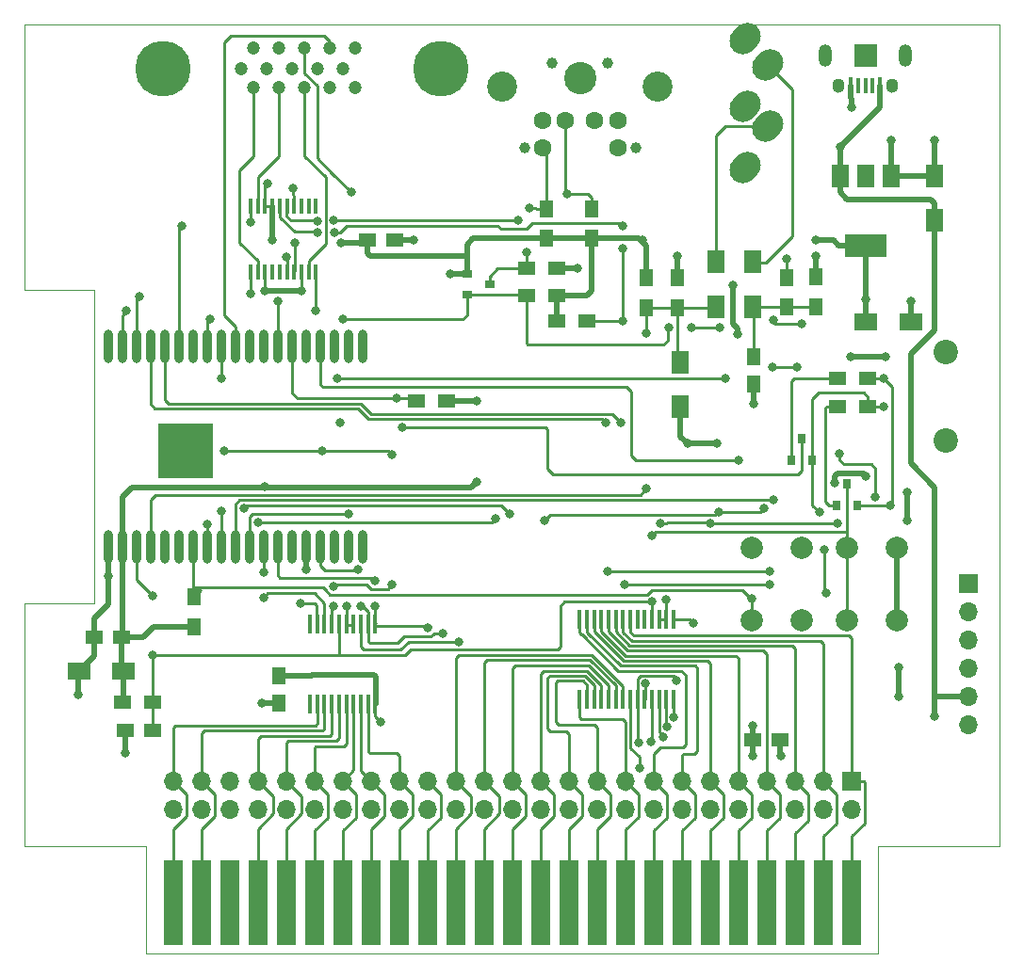
<source format=gbr>
G04 #@! TF.GenerationSoftware,KiCad,Pcbnew,(6.0.5)*
G04 #@! TF.CreationDate,2022-06-13T20:59:19-07:00*
G04 #@! TF.ProjectId,PocketTRS,506f636b-6574-4545-9253-2e6b69636164,rev?*
G04 #@! TF.SameCoordinates,Original*
G04 #@! TF.FileFunction,Copper,L1,Top*
G04 #@! TF.FilePolarity,Positive*
%FSLAX46Y46*%
G04 Gerber Fmt 4.6, Leading zero omitted, Abs format (unit mm)*
G04 Created by KiCad (PCBNEW (6.0.5)) date 2022-06-13 20:59:19*
%MOMM*%
%LPD*%
G01*
G04 APERTURE LIST*
G04 Aperture macros list*
%AMHorizOval*
0 Thick line with rounded ends*
0 $1 width*
0 $2 $3 position (X,Y) of the first rounded end (center of the circle)*
0 $4 $5 position (X,Y) of the second rounded end (center of the circle)*
0 Add line between two ends*
20,1,$1,$2,$3,$4,$5,0*
0 Add two circle primitives to create the rounded ends*
1,1,$1,$2,$3*
1,1,$1,$4,$5*%
G04 Aperture macros list end*
G04 #@! TA.AperFunction,Profile*
%ADD10C,0.050000*%
G04 #@! TD*
G04 #@! TA.AperFunction,ComponentPad*
%ADD11R,1.700000X1.700000*%
G04 #@! TD*
G04 #@! TA.AperFunction,ComponentPad*
%ADD12O,1.700000X1.700000*%
G04 #@! TD*
G04 #@! TA.AperFunction,SMDPad,CuDef*
%ADD13R,1.500000X2.000000*%
G04 #@! TD*
G04 #@! TA.AperFunction,SMDPad,CuDef*
%ADD14R,3.800000X2.000000*%
G04 #@! TD*
G04 #@! TA.AperFunction,SMDPad,CuDef*
%ADD15R,1.250000X1.500000*%
G04 #@! TD*
G04 #@! TA.AperFunction,SMDPad,CuDef*
%ADD16R,1.600000X2.000000*%
G04 #@! TD*
G04 #@! TA.AperFunction,SMDPad,CuDef*
%ADD17R,2.000000X1.600000*%
G04 #@! TD*
G04 #@! TA.AperFunction,SMDPad,CuDef*
%ADD18R,1.500000X1.250000*%
G04 #@! TD*
G04 #@! TA.AperFunction,SMDPad,CuDef*
%ADD19R,1.300000X1.500000*%
G04 #@! TD*
G04 #@! TA.AperFunction,SMDPad,CuDef*
%ADD20R,1.500000X1.300000*%
G04 #@! TD*
G04 #@! TA.AperFunction,SMDPad,CuDef*
%ADD21R,0.450000X1.750000*%
G04 #@! TD*
G04 #@! TA.AperFunction,SMDPad,CuDef*
%ADD22R,0.450000X1.450000*%
G04 #@! TD*
G04 #@! TA.AperFunction,SMDPad,CuDef*
%ADD23R,0.900000X0.800000*%
G04 #@! TD*
G04 #@! TA.AperFunction,SMDPad,CuDef*
%ADD24R,0.800000X0.900000*%
G04 #@! TD*
G04 #@! TA.AperFunction,ComponentPad*
%ADD25C,2.000000*%
G04 #@! TD*
G04 #@! TA.AperFunction,ComponentPad*
%ADD26C,5.001260*%
G04 #@! TD*
G04 #@! TA.AperFunction,ComponentPad*
%ADD27C,1.198880*%
G04 #@! TD*
G04 #@! TA.AperFunction,ComponentPad*
%ADD28HorizOval,2.400000X0.212132X0.212132X-0.212132X-0.212132X0*%
G04 #@! TD*
G04 #@! TA.AperFunction,ComponentPad*
%ADD29C,1.600000*%
G04 #@! TD*
G04 #@! TA.AperFunction,ComponentPad*
%ADD30C,1.000000*%
G04 #@! TD*
G04 #@! TA.AperFunction,ComponentPad*
%ADD31C,2.900000*%
G04 #@! TD*
G04 #@! TA.AperFunction,ComponentPad*
%ADD32C,2.700000*%
G04 #@! TD*
G04 #@! TA.AperFunction,ComponentPad*
%ADD33O,1.100000X1.300000*%
G04 #@! TD*
G04 #@! TA.AperFunction,ComponentPad*
%ADD34O,1.200000X2.000000*%
G04 #@! TD*
G04 #@! TA.AperFunction,SMDPad,CuDef*
%ADD35R,2.000000X2.000000*%
G04 #@! TD*
G04 #@! TA.AperFunction,SMDPad,CuDef*
%ADD36R,0.400000X2.500000*%
G04 #@! TD*
G04 #@! TA.AperFunction,SMDPad,CuDef*
%ADD37R,0.400000X1.350000*%
G04 #@! TD*
G04 #@! TA.AperFunction,SMDPad,CuDef*
%ADD38O,0.900000X3.000000*%
G04 #@! TD*
G04 #@! TA.AperFunction,ComponentPad*
%ADD39C,0.800000*%
G04 #@! TD*
G04 #@! TA.AperFunction,SMDPad,CuDef*
%ADD40R,5.000000X5.000000*%
G04 #@! TD*
G04 #@! TA.AperFunction,ConnectorPad*
%ADD41R,1.778000X7.620000*%
G04 #@! TD*
G04 #@! TA.AperFunction,WasherPad*
%ADD42C,2.200000*%
G04 #@! TD*
G04 #@! TA.AperFunction,ViaPad*
%ADD43C,0.800000*%
G04 #@! TD*
G04 #@! TA.AperFunction,Conductor*
%ADD44C,0.250000*%
G04 #@! TD*
G04 #@! TA.AperFunction,Conductor*
%ADD45C,0.500000*%
G04 #@! TD*
G04 APERTURE END LIST*
D10*
X165100000Y-61976000D02*
X165100000Y-64770000D01*
X252730000Y-64770000D02*
X252730000Y-61976000D01*
X171323000Y-85852000D02*
X171323000Y-90805000D01*
X165100000Y-64770000D02*
X165100000Y-85852000D01*
X165100000Y-135890000D02*
X165100000Y-114046000D01*
X241808000Y-135890000D02*
X252730000Y-135890000D01*
X241808000Y-145542000D02*
X241300000Y-145542000D01*
X175260000Y-135890000D02*
X176022000Y-135890000D01*
X241808000Y-145542000D02*
X241808000Y-135890000D01*
X171323000Y-85852000D02*
X165100000Y-85852000D01*
X165100000Y-114046000D02*
X171323000Y-114046000D01*
X171323000Y-114046000D02*
X171323000Y-90805000D01*
X176022000Y-145542000D02*
X241300000Y-145542000D01*
X252730000Y-64770000D02*
X252730000Y-135890000D01*
X165100000Y-61976000D02*
X252730000Y-61976000D01*
X165100000Y-135890000D02*
X175260000Y-135890000D01*
X176022000Y-135890000D02*
X176022000Y-145542000D01*
D11*
X249936000Y-112268000D03*
D12*
X249936000Y-114808000D03*
X249936000Y-117348000D03*
X249936000Y-119888000D03*
X249936000Y-122428000D03*
X249936000Y-124968000D03*
D13*
X242965000Y-75590000D03*
X240665000Y-75590000D03*
D14*
X240665000Y-81890000D03*
D13*
X238365000Y-75590000D03*
D15*
X230632000Y-91841000D03*
X230632000Y-94341000D03*
D16*
X246888000Y-79597000D03*
X246888000Y-75597000D03*
D17*
X240729000Y-88773000D03*
X244729000Y-88773000D03*
D15*
X187960000Y-120543000D03*
X187960000Y-123043000D03*
D18*
X230525000Y-126365000D03*
X233025000Y-126365000D03*
X195874000Y-81407000D03*
X198374000Y-81407000D03*
X173843000Y-117094000D03*
X171343000Y-117094000D03*
X176637000Y-125476000D03*
X174137000Y-125476000D03*
D19*
X211963000Y-78533000D03*
X211963000Y-81233000D03*
X216027000Y-78533000D03*
X216027000Y-81233000D03*
X220980000Y-84756000D03*
X220980000Y-87456000D03*
X223774000Y-87456000D03*
X223774000Y-84756000D03*
X233553000Y-87409000D03*
X233553000Y-84756000D03*
D20*
X212932000Y-86360000D03*
X210232000Y-86360000D03*
X212932000Y-83947000D03*
X210232000Y-83947000D03*
X203026000Y-95885000D03*
X200326000Y-95885000D03*
X173910000Y-122936000D03*
X176610000Y-122936000D03*
X238172000Y-93853000D03*
X240872000Y-93853000D03*
X238172000Y-96393000D03*
X240872000Y-96393000D03*
D19*
X180340000Y-116158000D03*
X180340000Y-113458000D03*
D21*
X214977000Y-122726000D03*
X215627000Y-122726000D03*
X216277000Y-122726000D03*
X216927000Y-122726000D03*
X217577000Y-122726000D03*
X218227000Y-122726000D03*
X218877000Y-122726000D03*
X219527000Y-122726000D03*
X220177000Y-122726000D03*
X220827000Y-122726000D03*
X221477000Y-122726000D03*
X222127000Y-122726000D03*
X222777000Y-122726000D03*
X223427000Y-122726000D03*
X223427000Y-115526000D03*
X222777000Y-115526000D03*
X222127000Y-115526000D03*
X221477000Y-115526000D03*
X220827000Y-115526000D03*
X220177000Y-115526000D03*
X219527000Y-115526000D03*
X218877000Y-115526000D03*
X218227000Y-115526000D03*
X217577000Y-115526000D03*
X216927000Y-115526000D03*
X216277000Y-115526000D03*
X215627000Y-115526000D03*
X214977000Y-115526000D03*
D22*
X191266000Y-78330000D03*
X190616000Y-78330000D03*
X189966000Y-78330000D03*
X189316000Y-78330000D03*
X188666000Y-78330000D03*
X188016000Y-78330000D03*
X187366000Y-78330000D03*
X186716000Y-78330000D03*
X186066000Y-78330000D03*
X185416000Y-78330000D03*
X185416000Y-84230000D03*
X186066000Y-84230000D03*
X186716000Y-84230000D03*
X187366000Y-84230000D03*
X188016000Y-84230000D03*
X188666000Y-84230000D03*
X189316000Y-84230000D03*
X189966000Y-84230000D03*
X190616000Y-84230000D03*
X191266000Y-84230000D03*
D23*
X204867000Y-84394000D03*
X204867000Y-86294000D03*
X206867000Y-85344000D03*
D24*
X234000000Y-101203000D03*
X235900000Y-101203000D03*
X234950000Y-99203000D03*
X238064000Y-105267000D03*
X239964000Y-105267000D03*
X239014000Y-103267000D03*
D19*
X236220000Y-87409000D03*
X236220000Y-84709000D03*
D21*
X196600000Y-115907000D03*
X195950000Y-115907000D03*
X195300000Y-115907000D03*
X194650000Y-115907000D03*
X194000000Y-115907000D03*
X193350000Y-115907000D03*
X192700000Y-115907000D03*
X192050000Y-115907000D03*
X191400000Y-115907000D03*
X190750000Y-115907000D03*
X190750000Y-123107000D03*
X191400000Y-123107000D03*
X192050000Y-123107000D03*
X192700000Y-123107000D03*
X193350000Y-123107000D03*
X194000000Y-123107000D03*
X194650000Y-123107000D03*
X195300000Y-123107000D03*
X195950000Y-123107000D03*
X196600000Y-123107000D03*
D17*
X173958000Y-120142000D03*
X169958000Y-120142000D03*
D25*
X239014000Y-115570000D03*
X239014000Y-109070000D03*
X243514000Y-109070000D03*
X243514000Y-115570000D03*
X234950000Y-115593000D03*
X234950000Y-109093000D03*
X230450000Y-109093000D03*
X230450000Y-115593000D03*
D16*
X227203000Y-83344000D03*
X227203000Y-87344000D03*
X230505000Y-83344000D03*
X230505000Y-87344000D03*
X224028000Y-92361000D03*
X224028000Y-96361000D03*
D26*
X177497740Y-65971420D03*
X202486260Y-65971420D03*
D27*
X185681620Y-67690400D03*
X187972700Y-67690400D03*
X190258700Y-67690400D03*
X192552320Y-67690400D03*
X194840860Y-67690400D03*
X184536080Y-65925700D03*
X186829700Y-65925700D03*
X189128400Y-65925700D03*
X191427100Y-65925700D03*
X193700400Y-65925700D03*
X185681620Y-64134400D03*
X187972700Y-64134400D03*
X190261240Y-64134400D03*
X192552320Y-64134400D03*
X194843400Y-64134400D03*
D28*
X231870000Y-71146000D03*
X229870000Y-69346000D03*
X229870000Y-63246000D03*
X231870000Y-65646000D03*
X229870000Y-74846000D03*
D29*
X213711000Y-70576000D03*
X216311000Y-70576000D03*
X211611000Y-70576000D03*
X218411000Y-70576000D03*
X211611000Y-73076000D03*
X218411000Y-73076000D03*
D30*
X212511000Y-65476000D03*
X217511000Y-65476000D03*
X210011000Y-73076000D03*
X220011000Y-73076000D03*
D31*
X215011000Y-66776000D03*
D32*
X208011000Y-67576000D03*
X222011000Y-67576000D03*
D33*
X238240000Y-67520000D03*
X243090000Y-67520000D03*
D34*
X237090000Y-64770000D03*
D35*
X240665000Y-64770000D03*
D34*
X244240000Y-64770000D03*
D36*
X241965000Y-68021200D03*
D37*
X241315000Y-67445000D03*
X240665000Y-67445000D03*
X240015000Y-67445000D03*
D36*
X239365000Y-68021200D03*
D11*
X239395000Y-130048000D03*
D12*
X239395000Y-132588000D03*
X236855000Y-130048000D03*
X236855000Y-132588000D03*
X234315000Y-130048000D03*
X234315000Y-132588000D03*
X231775000Y-130048000D03*
X231775000Y-132588000D03*
X229235000Y-130048000D03*
X229235000Y-132588000D03*
X226695000Y-130048000D03*
X226695000Y-132588000D03*
X224155000Y-130048000D03*
X224155000Y-132588000D03*
X221615000Y-130048000D03*
X221615000Y-132588000D03*
X219075000Y-130048000D03*
X219075000Y-132588000D03*
X216535000Y-130048000D03*
X216535000Y-132588000D03*
X213995000Y-130048000D03*
X213995000Y-132588000D03*
X211455000Y-130048000D03*
X211455000Y-132588000D03*
X208915000Y-130048000D03*
X208915000Y-132588000D03*
X206375000Y-130048000D03*
X206375000Y-132588000D03*
X203835000Y-130048000D03*
X203835000Y-132588000D03*
X201295000Y-130048000D03*
X201295000Y-132588000D03*
X198755000Y-130048000D03*
X198755000Y-132588000D03*
X196215000Y-130048000D03*
X196215000Y-132588000D03*
X193675000Y-130048000D03*
X193675000Y-132588000D03*
X191135000Y-130048000D03*
X191135000Y-132588000D03*
X188595000Y-130048000D03*
X188595000Y-132588000D03*
X186055000Y-130048000D03*
X186055000Y-132588000D03*
X183515000Y-130048000D03*
X183515000Y-132588000D03*
X180975000Y-130048000D03*
X180975000Y-132588000D03*
X178435000Y-130048000D03*
X178435000Y-132588000D03*
D38*
X172614000Y-108949000D03*
X173884000Y-108949000D03*
X175154000Y-108949000D03*
X176424000Y-108949000D03*
X177694000Y-108949000D03*
X178964000Y-108949000D03*
X180234000Y-108949000D03*
X181504000Y-108949000D03*
X182774000Y-108949000D03*
X184044000Y-108949000D03*
X185314000Y-108949000D03*
X186584000Y-108949000D03*
X187854000Y-108949000D03*
X189124000Y-108949000D03*
X190424000Y-108949000D03*
X191694000Y-108949000D03*
X192964000Y-108949000D03*
X194234000Y-108949000D03*
X195504000Y-108949000D03*
X195504000Y-90949000D03*
X194234000Y-90949000D03*
X192964000Y-90949000D03*
X191694000Y-90949000D03*
X190424000Y-90949000D03*
X189124000Y-90919000D03*
X187854000Y-90919000D03*
X186584000Y-90919000D03*
X185314000Y-90919000D03*
X184044000Y-90919000D03*
X182774000Y-90919000D03*
X181504000Y-90919000D03*
X180234000Y-90919000D03*
X178964000Y-90919000D03*
X177694000Y-90919000D03*
X176424000Y-90919000D03*
X175154000Y-90919000D03*
X173884000Y-90919000D03*
X172614000Y-90919000D03*
D39*
X177524000Y-100349000D03*
X177524000Y-102349000D03*
X177524000Y-101349000D03*
X179524000Y-102349000D03*
X178524000Y-101349000D03*
X180524000Y-100349000D03*
X181524000Y-102349000D03*
X179524000Y-99349000D03*
X177524000Y-98349000D03*
X180524000Y-98349000D03*
X179524000Y-98349000D03*
X180524000Y-101349000D03*
X178524000Y-102349000D03*
X178524000Y-98349000D03*
X181524000Y-99349000D03*
X181524000Y-101349000D03*
X178524000Y-99349000D03*
X181524000Y-100349000D03*
X178524000Y-100349000D03*
X180524000Y-99349000D03*
X177524000Y-99349000D03*
X179524000Y-101349000D03*
X179524000Y-100349000D03*
D40*
X179534000Y-100349000D03*
D39*
X180524000Y-102349000D03*
X181524000Y-98349000D03*
D41*
X239395000Y-140970000D03*
X236855000Y-140970000D03*
X234315000Y-140970000D03*
X231775000Y-140970000D03*
X229235000Y-140970000D03*
X226695000Y-140970000D03*
X224155000Y-140970000D03*
X221615000Y-140970000D03*
X219075000Y-140970000D03*
X216535000Y-140970000D03*
X213995000Y-140970000D03*
X211455000Y-140970000D03*
X208915000Y-140970000D03*
X206375000Y-140970000D03*
X203835000Y-140970000D03*
X201295000Y-140970000D03*
X198755000Y-140970000D03*
X196215000Y-140970000D03*
X193675000Y-140970000D03*
X191135000Y-140970000D03*
X188595000Y-140970000D03*
X186055000Y-140970000D03*
X183515000Y-140970000D03*
X180975000Y-140970000D03*
X178435000Y-140970000D03*
D20*
X212962500Y-88646000D03*
X215662500Y-88646000D03*
D42*
X247904000Y-99441000D03*
X247904000Y-91440000D03*
D43*
X220980000Y-89789000D03*
X220980000Y-103759000D03*
X242965000Y-72404000D03*
X243649500Y-119824500D03*
X169926000Y-122301000D03*
X246888000Y-72390000D03*
X200088500Y-81407000D03*
X172614000Y-111612000D03*
X229171500Y-89852500D03*
X186715400Y-85902800D03*
X224663000Y-99695000D03*
X233045000Y-127762000D03*
X223774000Y-82804000D03*
X244411500Y-106616500D03*
X186436000Y-123063000D03*
X189966000Y-85902200D03*
X220853000Y-121221500D03*
X190373000Y-111000000D03*
X174117000Y-127508000D03*
X186944000Y-76327000D03*
X228790500Y-85407500D03*
X222777000Y-113696700D03*
X244411500Y-104076500D03*
X239395000Y-69469000D03*
X230632000Y-96139000D03*
X236220000Y-82804000D03*
X187340999Y-81391001D03*
X237934500Y-103187500D03*
X227330000Y-99695000D03*
X194000000Y-114330600D03*
X189865000Y-114046000D03*
X242443000Y-91884500D03*
X244729000Y-86868000D03*
X239331500Y-91884500D03*
X240728500Y-102616000D03*
X243649500Y-122428000D03*
X197104000Y-124736000D03*
X230505000Y-127762000D03*
X220252000Y-126588074D03*
X246888000Y-124206000D03*
X238379000Y-73025000D03*
X225171000Y-115824000D03*
X223710500Y-120967500D03*
X214757000Y-83947000D03*
X230505000Y-125095000D03*
X236220000Y-81407000D03*
X205740000Y-103124000D03*
X240729000Y-86678000D03*
X205740000Y-95885000D03*
X203327000Y-84455000D03*
X220599000Y-81407000D03*
X189357000Y-81661000D03*
X186690000Y-103577951D03*
X193548000Y-81661000D03*
X220345000Y-128905000D03*
X181483000Y-106934000D03*
X186055000Y-106770000D03*
X213868000Y-77216000D03*
X207391000Y-106426000D03*
X182753000Y-105791000D03*
X184785000Y-105477961D03*
X208661000Y-106045000D03*
X210439000Y-78486000D03*
X194183000Y-106045000D03*
X194437000Y-77089000D03*
X232092500Y-112331500D03*
X219011500Y-112331500D03*
X218694000Y-97790000D03*
X217487500Y-111188500D03*
X232092500Y-111188500D03*
X217297000Y-97790000D03*
X176593500Y-113347500D03*
X176610000Y-118745000D03*
X221488000Y-113919000D03*
X221488000Y-107950000D03*
X198501000Y-95631000D03*
X199009000Y-98203010D03*
X230450000Y-113656500D03*
X234950000Y-88900000D03*
X188632000Y-82931000D03*
X222960922Y-89265816D03*
X225028816Y-89265816D03*
X232358681Y-88555753D03*
X227584000Y-89281000D03*
X181737000Y-88519000D03*
X193712000Y-88519000D03*
X210232000Y-82439500D03*
X223427000Y-124299000D03*
X204089000Y-117500980D03*
X185420000Y-86233000D03*
X175387000Y-86487000D03*
X185420000Y-79756000D03*
X179197000Y-80137000D03*
X174244000Y-87757000D03*
X191262000Y-87757000D03*
X232432039Y-104752961D03*
X233553000Y-83058000D03*
X222864178Y-125125580D03*
X192902995Y-80655005D03*
X226752990Y-106864990D03*
X202692000Y-116750000D03*
X191389000Y-80655005D03*
X195326000Y-114300000D03*
X218821000Y-88646000D03*
X195072000Y-111000001D03*
X218821000Y-80137000D03*
X218821000Y-82169000D03*
X238125000Y-106864991D03*
X222250000Y-106827991D03*
X234505500Y-92837000D03*
X211788500Y-106632500D03*
X191389000Y-79655002D03*
X209423000Y-79629000D03*
X232346500Y-92837000D03*
X201361368Y-116265033D03*
X192876000Y-79629000D03*
X227477990Y-105811990D03*
X196596000Y-114300000D03*
X196596000Y-112014000D03*
X222477272Y-126047701D03*
X231584500Y-105477961D03*
X186563000Y-111252000D03*
X186563000Y-113538000D03*
X236982000Y-109220000D03*
X237172500Y-113093500D03*
X236537500Y-105854500D03*
X242316000Y-96393000D03*
X242316000Y-93853000D03*
X242855750Y-105251250D03*
X187833000Y-86868000D03*
X189230000Y-76708000D03*
X241554000Y-104457500D03*
X238315500Y-100584000D03*
X229298500Y-101219000D03*
X192843062Y-112513112D03*
X193230500Y-93853000D03*
X198120000Y-100711000D03*
X183007000Y-100330000D03*
X198120000Y-112395000D03*
X228092000Y-93853000D03*
X191833500Y-100330000D03*
X193484500Y-97790000D03*
X221364840Y-126526260D03*
X182753000Y-93853000D03*
X192843062Y-114300000D03*
D44*
X213711000Y-77059000D02*
X213711000Y-70576000D01*
X213868000Y-77216000D02*
X213711000Y-77059000D01*
X211963000Y-73428000D02*
X211611000Y-73076000D01*
X211963000Y-78533000D02*
X211963000Y-73428000D01*
X220980000Y-87456000D02*
X223774000Y-87456000D01*
X220980000Y-89789000D02*
X220980000Y-87456000D01*
X220980000Y-103759000D02*
X220436049Y-104302951D01*
X176875049Y-104302951D02*
X176424000Y-104754000D01*
X223774000Y-87456000D02*
X226551000Y-87456000D01*
X223774000Y-87456000D02*
X223774000Y-91726000D01*
X226551000Y-87456000D02*
X226568000Y-87439000D01*
X223774000Y-91726000D02*
X224028000Y-91980000D01*
X176424000Y-104754000D02*
X176424000Y-108949000D01*
X220436049Y-104302951D02*
X176875049Y-104302951D01*
X230632000Y-87439000D02*
X230632000Y-88689000D01*
X230662000Y-87409000D02*
X230632000Y-87439000D01*
X236220000Y-87409000D02*
X235320000Y-87409000D01*
X233553000Y-87409000D02*
X230662000Y-87409000D01*
X235320000Y-87409000D02*
X233553000Y-87409000D01*
X230632000Y-88689000D02*
X230632000Y-91841000D01*
D45*
X187340999Y-81391001D02*
X187340999Y-78330000D01*
D44*
X191333000Y-116288000D02*
X191333000Y-114584600D01*
D45*
X233025000Y-126365000D02*
X233025000Y-127490000D01*
X237934500Y-102621815D02*
X238189316Y-102366999D01*
X243514000Y-109070000D02*
X243514000Y-115570000D01*
X233045000Y-127510000D02*
X233045000Y-127762000D01*
D44*
X186716000Y-78330000D02*
X187366000Y-78330000D01*
X190881000Y-114046000D02*
X189865000Y-114046000D01*
D45*
X239365000Y-67445000D02*
X239365000Y-68620000D01*
X198374000Y-81407000D02*
X200088500Y-81407000D01*
D44*
X220853000Y-121158000D02*
X220853000Y-122700000D01*
X186715400Y-76669900D02*
X186715400Y-76555600D01*
D45*
X242965000Y-74090000D02*
X242965000Y-72404000D01*
D44*
X194000000Y-116034000D02*
X194000000Y-114330600D01*
D45*
X225298000Y-99695000D02*
X224732315Y-99695000D01*
D44*
X191135000Y-114046000D02*
X191333000Y-114244000D01*
D45*
X240479499Y-102366999D02*
X240728500Y-102616000D01*
X224028000Y-95980000D02*
X224028000Y-99060000D01*
X172614000Y-108949000D02*
X172614000Y-111612000D01*
D44*
X186716000Y-78330000D02*
X186716000Y-77355000D01*
X222777000Y-115526000D02*
X222777000Y-113696700D01*
D45*
X230632000Y-94341000D02*
X230632000Y-96139000D01*
X242965000Y-75590000D02*
X246881000Y-75590000D01*
D44*
X186716000Y-84230000D02*
X186716000Y-85205000D01*
D45*
X171343000Y-117094000D02*
X171343000Y-118757000D01*
X186815000Y-123063000D02*
X186436000Y-123063000D01*
X233025000Y-127490000D02*
X233045000Y-127510000D01*
D44*
X222127000Y-115526000D02*
X222777000Y-115526000D01*
D45*
X244729000Y-88773000D02*
X244729000Y-87473000D01*
D44*
X186716000Y-85205000D02*
X186715400Y-85205600D01*
X186715400Y-77354400D02*
X186715400Y-76669900D01*
X194000000Y-116034000D02*
X194650000Y-116034000D01*
X186716000Y-77355000D02*
X186715400Y-77354400D01*
D45*
X239365000Y-68620000D02*
X239395000Y-68650000D01*
X190424000Y-108949000D02*
X190424000Y-110949000D01*
X242965000Y-75590000D02*
X242965000Y-74090000D01*
X229171500Y-89286815D02*
X228790500Y-88905815D01*
X172614000Y-114152000D02*
X171343000Y-115423000D01*
X187960000Y-123043000D02*
X186835000Y-123043000D01*
X238189316Y-102366999D02*
X240479499Y-102366999D01*
X223774000Y-84756000D02*
X223774000Y-83506000D01*
X244411500Y-106050815D02*
X244411500Y-104076500D01*
D44*
X191333000Y-114244000D02*
X191333000Y-114584600D01*
D45*
X239331500Y-91884500D02*
X242443000Y-91884500D01*
X246888000Y-74097000D02*
X246888000Y-73406000D01*
X187340999Y-81428814D02*
X187340999Y-81391001D01*
X244729000Y-87473000D02*
X244729000Y-86868000D01*
D44*
X189966000Y-84230000D02*
X189966000Y-85902200D01*
D45*
X236220000Y-84709000D02*
X236220000Y-82804000D01*
X186715400Y-85902800D02*
X189965400Y-85902800D01*
X242965000Y-74090000D02*
X242951000Y-74076000D01*
X186835000Y-123043000D02*
X186815000Y-123063000D01*
D44*
X220853000Y-122700000D02*
X220827000Y-122726000D01*
D45*
X169926000Y-120174000D02*
X169958000Y-120142000D01*
D44*
X186715400Y-76555600D02*
X186944000Y-76327000D01*
D45*
X229171500Y-89852500D02*
X229171500Y-89286815D01*
X190424000Y-110949000D02*
X190373000Y-111000000D01*
X189965400Y-85902800D02*
X189966000Y-85902200D01*
X169926000Y-122301000D02*
X169926000Y-120174000D01*
X246881000Y-75590000D02*
X246888000Y-75597000D01*
X225171000Y-99695000D02*
X227272315Y-99695000D01*
X171343000Y-118757000D02*
X169958000Y-120142000D01*
X172614000Y-111612000D02*
X172614000Y-114152000D01*
X239395000Y-68650000D02*
X239395000Y-69469000D01*
X243649500Y-119824500D02*
X243649500Y-122428000D01*
X174117000Y-127508000D02*
X174117000Y-125496000D01*
X237934500Y-103187500D02*
X237934500Y-102621815D01*
D44*
X190881000Y-114046000D02*
X191135000Y-114046000D01*
D45*
X246888000Y-73406000D02*
X246888000Y-72390000D01*
X228790500Y-88905815D02*
X228790500Y-85407500D01*
X174117000Y-125496000D02*
X174137000Y-125476000D01*
X224028000Y-99060000D02*
X224663000Y-99695000D01*
X246888000Y-75597000D02*
X246888000Y-74097000D01*
X244411500Y-106616500D02*
X244411500Y-106050815D01*
X223774000Y-83506000D02*
X223774000Y-82804000D01*
X171343000Y-115423000D02*
X171343000Y-117094000D01*
D44*
X186715400Y-85205600D02*
X186715400Y-85902800D01*
D45*
X246888000Y-124206000D02*
X246888000Y-122428000D01*
X241965000Y-69439000D02*
X238379000Y-73025000D01*
D44*
X223427000Y-115526000D02*
X224873000Y-115526000D01*
X196600000Y-124232000D02*
X197104000Y-124736000D01*
D45*
X238365000Y-75590000D02*
X238365000Y-77090000D01*
X230505000Y-125095000D02*
X230505000Y-126345000D01*
D44*
X220185426Y-126588074D02*
X220252000Y-126588074D01*
D45*
X196625001Y-120679001D02*
X196625001Y-121871999D01*
X244729000Y-91630500D02*
X246888000Y-89471500D01*
X230505000Y-126385000D02*
X230525000Y-126365000D01*
X190867000Y-120543000D02*
X190887000Y-120523000D01*
D44*
X224873000Y-115526000D02*
X225171000Y-115824000D01*
D45*
X196625001Y-121871999D02*
X196625001Y-123107000D01*
D44*
X220177000Y-126596500D02*
X220185426Y-126588074D01*
D45*
X246888000Y-84709000D02*
X246888000Y-89471500D01*
D44*
X223710500Y-120840500D02*
X223437079Y-120567079D01*
X223437079Y-120567079D02*
X220427921Y-120567079D01*
D45*
X196469000Y-120523000D02*
X196625001Y-120679001D01*
X249936000Y-122428000D02*
X248733919Y-122428000D01*
X246515000Y-77724000D02*
X246888000Y-78097000D01*
X190887000Y-120523000D02*
X196469000Y-120523000D01*
X187960000Y-120543000D02*
X190867000Y-120543000D01*
D44*
X220427921Y-120567079D02*
X220177000Y-120818000D01*
X223710500Y-120967500D02*
X223710500Y-120840500D01*
X238461200Y-73025000D02*
X238379000Y-73025000D01*
D45*
X246888000Y-103632000D02*
X244729000Y-101473000D01*
X241965000Y-67445000D02*
X241965000Y-69439000D01*
X238999000Y-77724000D02*
X246515000Y-77724000D01*
X238365000Y-77090000D02*
X238999000Y-77724000D01*
X238379000Y-75576000D02*
X238365000Y-75590000D01*
X230505000Y-127762000D02*
X230505000Y-126385000D01*
X246888000Y-78097000D02*
X246888000Y-79597000D01*
X246888000Y-122428000D02*
X246888000Y-103632000D01*
D44*
X220177000Y-120818000D02*
X220177000Y-122726000D01*
D45*
X244729000Y-101473000D02*
X244729000Y-91630500D01*
D44*
X196600000Y-123107000D02*
X196600000Y-124232000D01*
D45*
X248733919Y-122428000D02*
X246888000Y-122428000D01*
X238379000Y-73025000D02*
X238379000Y-75576000D01*
D44*
X220177000Y-122726000D02*
X220177000Y-126596500D01*
D45*
X246888000Y-81915000D02*
X246888000Y-79597000D01*
X230505000Y-126345000D02*
X230525000Y-126365000D01*
X212932000Y-83947000D02*
X214757000Y-83947000D01*
X246888000Y-81915000D02*
X246888000Y-84709000D01*
X173843000Y-117094000D02*
X175768000Y-117094000D01*
X205740000Y-95885000D02*
X203026000Y-95885000D01*
X204867000Y-81772000D02*
X205406000Y-81233000D01*
X173863000Y-104521000D02*
X174752000Y-103632000D01*
X175768000Y-117094000D02*
X176704000Y-116158000D01*
X173958000Y-120142000D02*
X173958000Y-122888000D01*
X173884000Y-106949000D02*
X173863000Y-106928000D01*
X173884000Y-117053000D02*
X173843000Y-117094000D01*
X237782000Y-81407000D02*
X236220000Y-81407000D01*
X195620000Y-81661000D02*
X195874000Y-81407000D01*
X204867000Y-82820000D02*
X204867000Y-81772000D01*
X195874000Y-82532000D02*
X196146000Y-82804000D01*
X211963000Y-81233000D02*
X205406000Y-81233000D01*
X174752000Y-103632000D02*
X182499000Y-103632000D01*
X203327000Y-84455000D02*
X204806000Y-84455000D01*
X173884000Y-108949000D02*
X173884000Y-110001806D01*
X216027000Y-81233000D02*
X216027000Y-85979000D01*
X173884000Y-110001806D02*
X173863000Y-110022806D01*
X173884000Y-108949000D02*
X173884000Y-117053000D01*
X220298000Y-81233000D02*
X220980000Y-81915000D01*
X180260000Y-116078000D02*
X180340000Y-116158000D01*
X205232000Y-103632000D02*
X205740000Y-103124000D01*
X240729000Y-81954000D02*
X240665000Y-81890000D01*
X240729000Y-86678000D02*
X240729000Y-81954000D01*
X173884000Y-108949000D02*
X173884000Y-106949000D01*
X212932000Y-88615500D02*
X212962500Y-88646000D01*
X195874000Y-81407000D02*
X195874000Y-82532000D01*
X216027000Y-81233000D02*
X220298000Y-81233000D01*
X240665000Y-81890000D02*
X238265000Y-81890000D01*
X204806000Y-84455000D02*
X204867000Y-84394000D01*
X216027000Y-85979000D02*
X215646000Y-86360000D01*
X212932000Y-86360000D02*
X212932000Y-88615500D01*
X176704000Y-116158000D02*
X180340000Y-116158000D01*
X203073000Y-95584000D02*
X203026000Y-95631000D01*
X182499000Y-103632000D02*
X201422000Y-103632000D01*
X215646000Y-86360000D02*
X212932000Y-86360000D01*
X204867000Y-84394000D02*
X204867000Y-82820000D01*
X201549000Y-103632000D02*
X205232000Y-103632000D01*
X193548000Y-81661000D02*
X195620000Y-81661000D01*
X211963000Y-81233000D02*
X216027000Y-81233000D01*
X196146000Y-82804000D02*
X204851000Y-82804000D01*
X203073000Y-95838000D02*
X203026000Y-95885000D01*
X173863000Y-106928000D02*
X173863000Y-104521000D01*
X201422000Y-103632000D02*
X201549000Y-103632000D01*
X220980000Y-81915000D02*
X220980000Y-84756000D01*
X238265000Y-81890000D02*
X237782000Y-81407000D01*
D44*
X189357000Y-81661000D02*
X189357000Y-84189000D01*
X189357000Y-84189000D02*
X189316000Y-84230000D01*
D45*
X204867000Y-82820000D02*
X204851000Y-82804000D01*
D44*
X189293500Y-84207500D02*
X189316000Y-84230000D01*
D45*
X173958000Y-122888000D02*
X173910000Y-122936000D01*
X173843000Y-117094000D02*
X173843000Y-120027000D01*
X173843000Y-120027000D02*
X173958000Y-120142000D01*
X240729000Y-88773000D02*
X240729000Y-86678000D01*
D44*
X178435000Y-134327002D02*
X179610001Y-133152001D01*
X178631010Y-125025990D02*
X178435000Y-125222000D01*
X179610001Y-131223001D02*
X178435000Y-130048000D01*
X191400000Y-124830000D02*
X191204010Y-125025990D01*
X191204010Y-125025990D02*
X178631010Y-125025990D01*
X178435000Y-140970000D02*
X178435000Y-134327002D01*
X178435000Y-125222000D02*
X178435000Y-130048000D01*
X179610001Y-133152001D02*
X179610001Y-131223001D01*
X191400000Y-123107000D02*
X191400000Y-124830000D01*
X180975000Y-125730000D02*
X180975000Y-130048000D01*
X192050000Y-125323000D02*
X191897000Y-125476000D01*
X180975000Y-140970000D02*
X180975000Y-134327002D01*
X180975000Y-134327002D02*
X182150001Y-133152001D01*
X191897000Y-125476000D02*
X181229000Y-125476000D01*
X182150001Y-131223001D02*
X180975000Y-130048000D01*
X182150001Y-133152001D02*
X182150001Y-131223001D01*
X181229000Y-125476000D02*
X180975000Y-125730000D01*
X192050000Y-123107000D02*
X192050000Y-125323000D01*
X187419999Y-131412999D02*
X186055000Y-130048000D01*
X192700000Y-125816000D02*
X192532000Y-125984000D01*
X192532000Y-125984000D02*
X186309000Y-125984000D01*
X186055000Y-134327002D02*
X187419999Y-132962003D01*
X186055000Y-140970000D02*
X186055000Y-134327002D01*
X192700000Y-123107000D02*
X192700000Y-125816000D01*
X187419999Y-132962003D02*
X187419999Y-131412999D01*
X186309000Y-125984000D02*
X186055000Y-126238000D01*
X186055000Y-126238000D02*
X186055000Y-130048000D01*
X188595000Y-126619000D02*
X188595000Y-127000000D01*
X188595000Y-127000000D02*
X188595000Y-130048000D01*
X189959999Y-131412999D02*
X188595000Y-130048000D01*
X188595000Y-134327002D02*
X189959999Y-132962003D01*
X189959999Y-132962003D02*
X189959999Y-131412999D01*
X188779990Y-126434010D02*
X188595000Y-126619000D01*
X193350000Y-126182000D02*
X193097990Y-126434010D01*
X193350000Y-123107000D02*
X193350000Y-126182000D01*
X188595000Y-140970000D02*
X188595000Y-134327002D01*
X193097990Y-126434010D02*
X188779990Y-126434010D01*
X191135000Y-127000000D02*
X191250980Y-126884020D01*
X191135000Y-130048000D02*
X191135000Y-127000000D01*
X191250980Y-126884020D02*
X193790980Y-126884020D01*
X191135000Y-134493000D02*
X191135000Y-140970000D01*
X192310001Y-131223001D02*
X192310001Y-133317999D01*
X192310001Y-133317999D02*
X191135000Y-134493000D01*
X191135000Y-130048000D02*
X192310001Y-131223001D01*
X194000000Y-126675000D02*
X194000000Y-123107000D01*
X193790980Y-126884020D02*
X194000000Y-126675000D01*
X194850001Y-133317999D02*
X193675000Y-134493000D01*
X194650000Y-123107000D02*
X194650000Y-129073000D01*
X194650000Y-129073000D02*
X193675000Y-130048000D01*
X194850001Y-131223001D02*
X194850001Y-133317999D01*
X193675000Y-134493000D02*
X193675000Y-140970000D01*
X193675000Y-130048000D02*
X194850001Y-131223001D01*
X197390001Y-131223001D02*
X196215000Y-130048000D01*
X197390001Y-133152001D02*
X197390001Y-131223001D01*
X195300000Y-123107000D02*
X195300000Y-129133000D01*
X196215000Y-140970000D02*
X196215000Y-134327002D01*
X196215000Y-134327002D02*
X197390001Y-133152001D01*
X195300000Y-129133000D02*
X196215000Y-130048000D01*
X195950000Y-123107000D02*
X195950000Y-127370000D01*
X195950000Y-127370000D02*
X196088000Y-127508000D01*
X198501000Y-127508000D02*
X196469000Y-127508000D01*
X196088000Y-127508000D02*
X196469000Y-127508000D01*
X198755000Y-134327002D02*
X199930001Y-133152001D01*
X198755000Y-140970000D02*
X198755000Y-134327002D01*
X198755000Y-130048000D02*
X198755000Y-127762000D01*
X199930001Y-131223001D02*
X198755000Y-130048000D01*
X199930001Y-133152001D02*
X199930001Y-131223001D01*
X196469000Y-127508000D02*
X196320000Y-127508000D01*
X198755000Y-127762000D02*
X198501000Y-127508000D01*
X220345000Y-127889000D02*
X220345000Y-128905000D01*
X201295000Y-130048000D02*
X202470001Y-131223001D01*
X201295000Y-134493000D02*
X201295000Y-140970000D01*
X220345000Y-127889000D02*
X219527000Y-127071000D01*
X202470001Y-131223001D02*
X202470001Y-133317999D01*
X202470001Y-133317999D02*
X201295000Y-134493000D01*
X219527000Y-127071000D02*
X219527000Y-122726000D01*
X218877000Y-121460950D02*
X218877000Y-122726000D01*
X204089001Y-118675989D02*
X216092040Y-118675990D01*
X205199999Y-131412999D02*
X203835000Y-130048000D01*
X203835000Y-118929990D02*
X204089001Y-118675989D01*
X203835000Y-130048000D02*
X203835000Y-118929990D01*
X203835000Y-140970000D02*
X203835000Y-134327002D01*
X216092040Y-118675990D02*
X218877000Y-121460950D01*
X203835000Y-134327002D02*
X205199999Y-132962003D01*
X205199999Y-132962003D02*
X205199999Y-131412999D01*
X206375000Y-140970000D02*
X206375000Y-134327002D01*
X206375000Y-134327002D02*
X207739999Y-132962003D01*
X218227000Y-122726000D02*
X218227000Y-121447360D01*
X207739999Y-132962003D02*
X207739999Y-131412999D01*
X218227000Y-121447360D02*
X215905640Y-119126000D01*
X207739999Y-131412999D02*
X206375000Y-130048000D01*
X215905640Y-119126000D02*
X206629000Y-119126000D01*
X206375000Y-119380000D02*
X206375000Y-130048000D01*
X206629000Y-119126000D02*
X206375000Y-119380000D01*
X208915000Y-140970000D02*
X208915000Y-134327002D01*
X209169000Y-119634000D02*
X208915000Y-119888000D01*
X217577000Y-121433770D02*
X215777230Y-119634000D01*
X217577000Y-122726000D02*
X217577000Y-121433770D01*
X210090001Y-133152001D02*
X210090001Y-131223001D01*
X208915000Y-119888000D02*
X208915000Y-130048000D01*
X210090001Y-131223001D02*
X208915000Y-130048000D01*
X215777230Y-119634000D02*
X209169000Y-119634000D01*
X208915000Y-134327002D02*
X210090001Y-133152001D01*
X216927000Y-122726000D02*
X216927000Y-121420180D01*
X211455000Y-120396000D02*
X211455000Y-130048000D01*
X215637800Y-120130980D02*
X211720020Y-120130980D01*
X211455000Y-134327002D02*
X212630001Y-133152001D01*
X216927000Y-121420180D02*
X215637800Y-120130980D01*
X211455000Y-140970000D02*
X211455000Y-134327002D01*
X212630001Y-133152001D02*
X212630001Y-131223001D01*
X212630001Y-131223001D02*
X211455000Y-130048000D01*
X211720020Y-120130980D02*
X211455000Y-120396000D01*
X215170001Y-131223001D02*
X213995000Y-130048000D01*
X212090000Y-120777000D02*
X212090000Y-125349000D01*
X213741000Y-125603000D02*
X213995000Y-125857000D01*
X212090000Y-125349000D02*
X212344000Y-125603000D01*
X212344000Y-125603000D02*
X213741000Y-125603000D01*
X215170001Y-133152001D02*
X215170001Y-131223001D01*
X213995000Y-125857000D02*
X213995000Y-130048000D01*
X215451400Y-120580990D02*
X212286010Y-120580990D01*
X212286010Y-120580990D02*
X212090000Y-120777000D01*
X213995000Y-134327002D02*
X215170001Y-133152001D01*
X216277000Y-122726000D02*
X216277000Y-121406590D01*
X216277000Y-121406590D02*
X215451400Y-120580990D01*
X213995000Y-140970000D02*
X213995000Y-134327002D01*
X216281000Y-124968000D02*
X216535000Y-125222000D01*
X216535000Y-134327002D02*
X217710001Y-133152001D01*
X216535000Y-125222000D02*
X216535000Y-130048000D01*
X215627000Y-122726000D02*
X215627000Y-121393000D01*
X215265000Y-121031000D02*
X212979000Y-121031000D01*
X215627000Y-121393000D02*
X215265000Y-121031000D01*
X217710001Y-133152001D02*
X217710001Y-131223001D01*
X212852000Y-124714000D02*
X213106000Y-124968000D01*
X212852000Y-121158000D02*
X212852000Y-124714000D01*
X216535000Y-140970000D02*
X216535000Y-134327002D01*
X217710001Y-131223001D02*
X216535000Y-130048000D01*
X212979000Y-121031000D02*
X212852000Y-121158000D01*
X213106000Y-124968000D02*
X216281000Y-124968000D01*
X220250001Y-131223001D02*
X220250001Y-133229997D01*
X218821000Y-124460000D02*
X219075000Y-124714000D01*
X219075000Y-130048000D02*
X219075000Y-130848998D01*
X215138000Y-124460000D02*
X218821000Y-124460000D01*
X214884000Y-122819000D02*
X214977000Y-122726000D01*
X214977000Y-122726000D02*
X214977000Y-124299000D01*
X219075000Y-130048000D02*
X220250001Y-131223001D01*
X214977000Y-124299000D02*
X215138000Y-124460000D01*
X219075000Y-125730000D02*
X219075000Y-130048000D01*
X220250001Y-133229997D02*
X219075000Y-134404998D01*
X219075000Y-134404998D02*
X219075000Y-140970000D01*
X219075000Y-124714000D02*
X219075000Y-125730000D01*
X215176991Y-116837401D02*
X218456659Y-120117069D01*
X221615000Y-130048000D02*
X222790001Y-131223001D01*
X224536000Y-126746000D02*
X224282000Y-127000000D01*
X214977000Y-116651000D02*
X215163401Y-116837401D01*
X215163401Y-116837401D02*
X215176991Y-116837401D01*
X222790001Y-131223001D02*
X222790001Y-133317999D01*
X224282000Y-127000000D02*
X222250000Y-127000000D01*
X221615000Y-127635000D02*
X221615000Y-130048000D01*
X222790001Y-133317999D02*
X221615000Y-134493000D01*
X224130070Y-120117070D02*
X224536000Y-120523000D01*
X214977000Y-115526000D02*
X214977000Y-116651000D01*
X218456659Y-120117069D02*
X224130070Y-120117070D01*
X221615000Y-134493000D02*
X221615000Y-140970000D01*
X222250000Y-127000000D02*
X221615000Y-127635000D01*
X224536000Y-120523000D02*
X224536000Y-126746000D01*
X224282000Y-127635000D02*
X224155000Y-127762000D01*
X225330001Y-133317999D02*
X224155000Y-134493000D01*
X225552000Y-127381000D02*
X225298000Y-127635000D01*
X224155000Y-130048000D02*
X225330001Y-131223001D01*
X215627000Y-115526000D02*
X215627000Y-116651000D01*
X224155000Y-127762000D02*
X224155000Y-130048000D01*
X215627000Y-116651000D02*
X218643060Y-119667060D01*
X225330001Y-131223001D02*
X225330001Y-133317999D01*
X225298000Y-127635000D02*
X224282000Y-127635000D01*
X218643060Y-119667060D02*
X225331060Y-119667060D01*
X225552000Y-119888000D02*
X225552000Y-127381000D01*
X225331060Y-119667060D02*
X225552000Y-119888000D01*
X224155000Y-134493000D02*
X224155000Y-140970000D01*
X224755461Y-119217051D02*
X224536000Y-119217051D01*
X226695000Y-130048000D02*
X226695000Y-119471052D01*
X226695000Y-119471052D02*
X226440999Y-119217051D01*
X216277000Y-116583050D02*
X218911000Y-119217050D01*
X226695000Y-134493000D02*
X226695000Y-140970000D01*
X227870001Y-131223001D02*
X227870001Y-133317999D01*
X226695000Y-130048000D02*
X227870001Y-131223001D01*
X218911000Y-119217050D02*
X224536000Y-119217050D01*
X227870001Y-133317999D02*
X226695000Y-134493000D01*
X226440999Y-119217051D02*
X224755461Y-119217051D01*
X216277000Y-115526000D02*
X216277000Y-116583050D01*
X229235000Y-118999000D02*
X229003040Y-118767040D01*
X228749044Y-118767040D02*
X228749042Y-118767042D01*
X230410001Y-133317999D02*
X229235000Y-134493000D01*
X216927000Y-116596640D02*
X216927000Y-115526000D01*
X219097402Y-118767042D02*
X216927000Y-116596640D01*
X229235000Y-130048000D02*
X229235000Y-118999000D01*
X229003040Y-118767040D02*
X228749044Y-118767040D01*
X229235000Y-130048000D02*
X230410001Y-131223001D01*
X230410001Y-131223001D02*
X230410001Y-133317999D01*
X229235000Y-134493000D02*
X229235000Y-140970000D01*
X228749042Y-118767042D02*
X219097402Y-118767042D01*
X231775000Y-130048000D02*
X232950001Y-131223001D01*
X231775000Y-118618000D02*
X231474030Y-118317030D01*
X232950001Y-131223001D02*
X232950001Y-133317999D01*
X231775000Y-130048000D02*
X231775000Y-118618000D01*
X217577000Y-116610230D02*
X217577000Y-115526000D01*
X231775000Y-134493000D02*
X231775000Y-140970000D01*
X231474030Y-118317030D02*
X219283800Y-118317030D01*
X219283800Y-118317030D02*
X217577000Y-116610230D01*
X232950001Y-133317999D02*
X231775000Y-134493000D01*
X235490001Y-131223001D02*
X235490001Y-133571999D01*
X235490001Y-133571999D02*
X234315000Y-134747000D01*
X234315000Y-130048000D02*
X235490001Y-131223001D01*
X234315000Y-118121020D02*
X234061000Y-117867020D01*
X218227000Y-116623820D02*
X218227000Y-115526000D01*
X219470200Y-117867020D02*
X218227000Y-116623820D01*
X234315000Y-130048000D02*
X234315000Y-118121020D01*
X234061000Y-117867020D02*
X219470200Y-117867020D01*
X234315000Y-134747000D02*
X234315000Y-140970000D01*
X238030001Y-131223001D02*
X238030001Y-133825999D01*
X218877000Y-116637410D02*
X218877000Y-115526000D01*
X236855000Y-135001000D02*
X236855000Y-140970000D01*
X236601000Y-117417010D02*
X219656600Y-117417010D01*
X219656600Y-117417010D02*
X218877000Y-116637410D01*
X238030001Y-133825999D02*
X236855000Y-135001000D01*
X236855000Y-130048000D02*
X236855000Y-117671010D01*
X236855000Y-117671010D02*
X236601000Y-117417010D01*
X236855000Y-130048000D02*
X238030001Y-131223001D01*
X240495000Y-130048000D02*
X239395000Y-130048000D01*
X239395000Y-130048000D02*
X239395000Y-117221000D01*
X239141000Y-116967000D02*
X219843000Y-116967000D01*
X239395000Y-140970000D02*
X239395000Y-135001000D01*
X239395000Y-135001000D02*
X240570001Y-133825999D01*
X219527000Y-116651000D02*
X219527000Y-115526000D01*
X219843000Y-116967000D02*
X219527000Y-116651000D01*
X240570001Y-130123001D02*
X240495000Y-130048000D01*
X239395000Y-117221000D02*
X239141000Y-116967000D01*
X240570001Y-133825999D02*
X240570001Y-130123001D01*
X207047000Y-106770000D02*
X207391000Y-106426000D01*
X206031000Y-106770000D02*
X207047000Y-106770000D01*
X216027000Y-78533000D02*
X216027000Y-77533000D01*
X216027000Y-77533000D02*
X215710000Y-77216000D01*
X181483000Y-108928000D02*
X181504000Y-108949000D01*
X181483000Y-106934000D02*
X181483000Y-108928000D01*
X186055000Y-106770000D02*
X203925000Y-106770000D01*
X215710000Y-77216000D02*
X213868000Y-77216000D01*
X203925000Y-106770000D02*
X206031000Y-106770000D01*
X186055000Y-106680000D02*
X186055000Y-106770000D01*
X182753000Y-108928000D02*
X182774000Y-108949000D01*
X207321002Y-105283000D02*
X184785000Y-105283000D01*
X211016000Y-78486000D02*
X210439000Y-78486000D01*
X184785000Y-105283000D02*
X184785000Y-105477961D01*
X182753000Y-105791000D02*
X182753000Y-108928000D01*
X207321002Y-105283000D02*
X207899000Y-105283000D01*
X211963000Y-78533000D02*
X211063000Y-78533000D01*
X207899000Y-105283000D02*
X208661000Y-106045000D01*
X211063000Y-78533000D02*
X211016000Y-78486000D01*
X194183000Y-106045000D02*
X194183000Y-106045000D01*
X185547000Y-106045000D02*
X185314000Y-106278000D01*
X190261240Y-66386275D02*
X191389000Y-67514035D01*
X191389000Y-74041000D02*
X191389000Y-73152000D01*
X191389000Y-67514035D02*
X191389000Y-73152000D01*
X192786000Y-75438000D02*
X191389000Y-74041000D01*
X185314000Y-106278000D02*
X185314000Y-108949000D01*
X190261240Y-64134400D02*
X190261240Y-66386275D01*
X192786000Y-75438000D02*
X194183000Y-76835000D01*
X194183000Y-76835000D02*
X194437000Y-77089000D01*
X185547000Y-106045000D02*
X188341000Y-106045000D01*
X188341000Y-106045000D02*
X194183000Y-106045000D01*
X192552320Y-63520320D02*
X192024000Y-62992000D01*
X192024000Y-62992000D02*
X183642000Y-62992000D01*
X183007000Y-88132000D02*
X183007000Y-69723000D01*
X192552320Y-64134400D02*
X192552320Y-63520320D01*
X183007000Y-63627000D02*
X183007000Y-69723000D01*
X183642000Y-62992000D02*
X183007000Y-63627000D01*
X184044000Y-90919000D02*
X184044000Y-89169000D01*
X184044000Y-89169000D02*
X183007000Y-88132000D01*
X232092500Y-112331500D02*
X219011500Y-112331500D01*
X193548000Y-96081010D02*
X177996010Y-96081010D01*
X196215000Y-97028000D02*
X211455000Y-97028000D01*
X177673000Y-92690000D02*
X177694000Y-92669000D01*
X217932000Y-97028000D02*
X218694000Y-97790000D01*
X177694000Y-92669000D02*
X177694000Y-90919000D01*
X211455000Y-97028000D02*
X216789000Y-97028000D01*
X216789000Y-97028000D02*
X217932000Y-97028000D01*
X193548000Y-96081010D02*
X195268010Y-96081010D01*
X177673000Y-95758000D02*
X177673000Y-92690000D01*
X177996010Y-96081010D02*
X177673000Y-95758000D01*
X195268010Y-96081010D02*
X196215000Y-97028000D01*
X205740000Y-97478010D02*
X211582000Y-97478010D01*
X216975401Y-97478009D02*
X216985009Y-97478009D01*
X176403000Y-92690000D02*
X176424000Y-92669000D01*
X218059000Y-111188500D02*
X217805000Y-111188500D01*
X231526815Y-111188500D02*
X225234500Y-111188500D01*
X183134000Y-96531020D02*
X176795020Y-96531020D01*
X176403000Y-96139000D02*
X176403000Y-92690000D01*
X232092500Y-111188500D02*
X231526815Y-111188500D01*
X183134000Y-96531020D02*
X195081610Y-96531020D01*
X176424000Y-92669000D02*
X176424000Y-90919000D01*
X225234500Y-111188500D02*
X218059000Y-111188500D01*
X217487500Y-111188500D02*
X218059000Y-111188500D01*
X195081610Y-96531020D02*
X196028600Y-97478010D01*
X216985009Y-97478009D02*
X217297000Y-97790000D01*
X211582000Y-97478010D02*
X216975401Y-97478009D01*
X176795020Y-96531020D02*
X176403000Y-96139000D01*
X196028600Y-97478010D02*
X205740000Y-97478010D01*
X221488000Y-113919000D02*
X221488000Y-113919000D01*
X221488000Y-107950000D02*
X221848009Y-107589991D01*
X176593500Y-113347500D02*
X175154000Y-111908000D01*
X193350000Y-118420000D02*
X193350000Y-118674000D01*
X175154000Y-111908000D02*
X175154000Y-108949000D01*
X199780609Y-118225981D02*
X212990020Y-118225980D01*
X239014000Y-103267000D02*
X239014000Y-106426000D01*
X221488000Y-114390000D02*
X221488000Y-113919000D01*
X239014000Y-109070000D02*
X239014000Y-115570000D01*
X213233000Y-114300000D02*
X213614000Y-113919000D01*
X176610000Y-113364000D02*
X176593500Y-113347500D01*
X221848009Y-107589991D02*
X238993009Y-107589991D01*
X213614000Y-113919000D02*
X221488000Y-113919000D01*
X193421000Y-118745000D02*
X199261590Y-118745000D01*
X221488000Y-107950000D02*
X221488000Y-107950000D01*
X193350000Y-118420000D02*
X193350000Y-117159000D01*
X193350000Y-118674000D02*
X193421000Y-118745000D01*
X213233000Y-117983000D02*
X213233000Y-114300000D01*
X176610000Y-118745000D02*
X176610000Y-122936000D01*
X176610000Y-122936000D02*
X176610000Y-125449000D01*
X193350000Y-117159000D02*
X193350000Y-116034000D01*
X239014000Y-106426000D02*
X239014000Y-107569000D01*
X239014000Y-107569000D02*
X239014000Y-109070000D01*
X221477000Y-115526000D02*
X221477000Y-114401000D01*
X176610000Y-118745000D02*
X193421000Y-118745000D01*
X212990020Y-118225980D02*
X213233000Y-117983000D01*
X221477000Y-114401000D02*
X221488000Y-114390000D01*
X176610000Y-125449000D02*
X176637000Y-125476000D01*
X193350000Y-118547000D02*
X193350000Y-118420000D01*
X199261590Y-118745000D02*
X199780609Y-118225981D01*
X238993009Y-107589991D02*
X239014000Y-107569000D01*
X198501000Y-95631000D02*
X189611000Y-95631000D01*
X189611000Y-95631000D02*
X189124000Y-95144000D01*
X212598000Y-102489000D02*
X234569000Y-102489000D01*
X189124000Y-95144000D02*
X189124000Y-90919000D01*
X199009000Y-98203010D02*
X211868010Y-98203010D01*
X211868010Y-98203010D02*
X212090000Y-98425000D01*
X200326000Y-95631000D02*
X198501000Y-95631000D01*
X234569000Y-102489000D02*
X234950000Y-102108000D01*
X212090000Y-98425000D02*
X212090000Y-101981000D01*
X234950000Y-102108000D02*
X234950000Y-99203000D01*
X212090000Y-101981000D02*
X212598000Y-102489000D01*
X191897000Y-112649000D02*
X180340000Y-112649000D01*
X180895000Y-112903000D02*
X180340000Y-113458000D01*
X192540948Y-113284000D02*
X192159948Y-112903000D01*
X230450000Y-113737000D02*
X229616000Y-112903000D01*
X180234000Y-108949000D02*
X180234000Y-112543000D01*
X192151000Y-112903000D02*
X191897000Y-112649000D01*
X221049998Y-113284000D02*
X192540948Y-113284000D01*
X180234000Y-112543000D02*
X180234000Y-113352000D01*
X180234000Y-113352000D02*
X180340000Y-113458000D01*
X180340000Y-112649000D02*
X180234000Y-112543000D01*
X192159948Y-112903000D02*
X192151000Y-112903000D01*
X221430998Y-112903000D02*
X221049998Y-113284000D01*
X229616000Y-112903000D02*
X221430998Y-112903000D01*
X230450000Y-115593000D02*
X230450000Y-113737000D01*
X180420000Y-113458000D02*
X180340000Y-113458000D01*
X180702998Y-113175002D02*
X180420000Y-113458000D01*
X232594002Y-88900000D02*
X232340002Y-88646000D01*
X222504000Y-90805000D02*
X222885000Y-90424000D01*
X188595000Y-84159000D02*
X188666000Y-84230000D01*
X204867000Y-86294000D02*
X210166000Y-86294000D01*
X210185000Y-87307000D02*
X210185000Y-90678000D01*
X222885000Y-89341738D02*
X222960922Y-89265816D01*
X210312000Y-90805000D02*
X222504000Y-90805000D01*
X188658500Y-83247500D02*
X188658500Y-82957500D01*
X210232000Y-86360000D02*
X210232000Y-87260000D01*
X210232000Y-87260000D02*
X210185000Y-87307000D01*
X232340002Y-88574432D02*
X232358681Y-88555753D01*
X204867000Y-88122000D02*
X204867000Y-86294000D01*
X181504000Y-89169000D02*
X181483000Y-89148000D01*
X181483000Y-89148000D02*
X181483000Y-88773000D01*
X234950000Y-88900000D02*
X232594002Y-88900000D01*
X181483000Y-88773000D02*
X181737000Y-88519000D01*
X188666000Y-84230000D02*
X188666000Y-83255000D01*
X222885000Y-90424000D02*
X222885000Y-89341738D01*
X227568816Y-89265816D02*
X227584000Y-89281000D01*
X204470000Y-88519000D02*
X204867000Y-88122000D01*
X210185000Y-90678000D02*
X210312000Y-90805000D01*
X188658500Y-82957500D02*
X188632000Y-82931000D01*
X232340002Y-88646000D02*
X232340002Y-88574432D01*
X188666000Y-83255000D02*
X188658500Y-83247500D01*
X225028816Y-89265816D02*
X227568816Y-89265816D01*
X193712000Y-88519000D02*
X204470000Y-88519000D01*
X181504000Y-90919000D02*
X181504000Y-89169000D01*
X210166000Y-86294000D02*
X210232000Y-86360000D01*
X198882000Y-118237000D02*
X195580000Y-118237000D01*
X210232000Y-83947000D02*
X207614000Y-83947000D01*
X210232000Y-83947000D02*
X210232000Y-82439500D01*
X195300000Y-117159000D02*
X195300000Y-116034000D01*
X195300000Y-117957000D02*
X195300000Y-117159000D01*
X206867000Y-84694000D02*
X206867000Y-85344000D01*
X195580000Y-118237000D02*
X195300000Y-117957000D01*
X199618020Y-117500980D02*
X198882000Y-118237000D01*
X207614000Y-83947000D02*
X206867000Y-84694000D01*
X204089000Y-117500980D02*
X199618020Y-117500980D01*
X223427000Y-122726000D02*
X223427000Y-124299000D01*
X175154000Y-89169000D02*
X175133000Y-89148000D01*
X175133000Y-86741000D02*
X175387000Y-86487000D01*
X175133000Y-89148000D02*
X175133000Y-86741000D01*
X185416000Y-84230000D02*
X185416000Y-86419500D01*
X175154000Y-90919000D02*
X175154000Y-89169000D01*
X179197000Y-80137000D02*
X179197000Y-80137000D01*
X178943000Y-89148000D02*
X178943000Y-80391000D01*
X185416000Y-78330000D02*
X185416000Y-79305000D01*
X178964000Y-89169000D02*
X178943000Y-89148000D01*
X178964000Y-90919000D02*
X178964000Y-89169000D01*
X178943000Y-80391000D02*
X179197000Y-80137000D01*
X185416000Y-79305000D02*
X185420000Y-79309000D01*
X185420000Y-79309000D02*
X185420000Y-79756000D01*
X174244000Y-87799000D02*
X173884000Y-88159000D01*
X174244000Y-87757000D02*
X174244000Y-87799000D01*
X173884000Y-90919000D02*
X173884000Y-88159000D01*
X191266000Y-87499000D02*
X191262000Y-87503000D01*
X191262000Y-84234000D02*
X191266000Y-84230000D01*
X191266000Y-87753000D02*
X191262000Y-87757000D01*
X173863000Y-90898000D02*
X173884000Y-90919000D01*
X191266000Y-84230000D02*
X191266000Y-87753000D01*
X233553000Y-83058000D02*
X233553000Y-84756000D01*
X227307961Y-104752961D02*
X232432039Y-104752961D01*
X184044000Y-105135000D02*
X184044000Y-108949000D01*
X208003961Y-104752961D02*
X184426039Y-104752961D01*
X225402961Y-104752961D02*
X227307961Y-104752961D01*
X208003961Y-104752961D02*
X225402961Y-104752961D01*
X184426039Y-104752961D02*
X184044000Y-105135000D01*
X189356000Y-80645000D02*
X191378995Y-80645000D01*
X194044675Y-80079010D02*
X204851000Y-80079010D01*
X204851000Y-80079010D02*
X207587010Y-80079010D01*
X188016000Y-79305000D02*
X189356000Y-80645000D01*
X201860002Y-116840000D02*
X201803000Y-116840000D01*
X191694000Y-110699000D02*
X192120000Y-111125000D01*
X218567000Y-79883000D02*
X218821000Y-80137000D01*
X195950000Y-117464000D02*
X195950000Y-117159000D01*
X218821000Y-88519000D02*
X218821000Y-88646000D01*
X222815685Y-106827991D02*
X222836676Y-106807000D01*
X191694000Y-108949000D02*
X191694000Y-110699000D01*
X201950002Y-116750000D02*
X201860002Y-116840000D01*
X222777000Y-123044000D02*
X222701999Y-123119001D01*
X192120000Y-111125000D02*
X195072000Y-111125000D01*
X222250000Y-106827991D02*
X222815685Y-106827991D01*
X227318675Y-106864990D02*
X226752990Y-106864990D01*
X195072000Y-111125000D02*
X195072000Y-111000001D01*
X222777000Y-122726000D02*
X222777000Y-123044000D01*
X210693000Y-79883000D02*
X213487000Y-79883000D01*
X222701999Y-123119001D02*
X222701999Y-124911999D01*
X193468680Y-80655005D02*
X194044675Y-80079010D01*
X218821000Y-82169000D02*
X218821000Y-88519000D01*
X207899000Y-80391000D02*
X210185000Y-80391000D01*
X222864178Y-125074178D02*
X222864178Y-125125580D01*
X195950000Y-117159000D02*
X195950000Y-116034000D01*
X188016000Y-78330000D02*
X188016000Y-79305000D01*
X207587010Y-80079010D02*
X207899000Y-80391000D01*
X195468000Y-114300000D02*
X195950000Y-114782000D01*
X222701999Y-124911999D02*
X222864178Y-125074178D01*
X191378995Y-80645000D02*
X191389000Y-80655005D01*
X202692000Y-116750000D02*
X201950002Y-116750000D01*
X199179030Y-117050970D02*
X198628000Y-117602000D01*
X201803000Y-116840000D02*
X201592030Y-117050970D01*
X195326000Y-114300000D02*
X195468000Y-114300000D01*
X215662500Y-88646000D02*
X218821000Y-88646000D01*
X192902995Y-80655005D02*
X193468680Y-80655005D01*
X238125000Y-106864991D02*
X227318675Y-106864990D01*
X196088000Y-117602000D02*
X195950000Y-117464000D01*
X222836676Y-106807000D02*
X226949000Y-106807000D01*
X198628000Y-117602000D02*
X196088000Y-117602000D01*
X201592030Y-117050970D02*
X199179030Y-117050970D01*
X195950000Y-114782000D02*
X195950000Y-115907000D01*
X210185000Y-80391000D02*
X210693000Y-79883000D01*
X213487000Y-79883000D02*
X218567000Y-79883000D01*
X211788500Y-106632500D02*
X212318009Y-106102991D01*
X196596000Y-114427000D02*
X196596000Y-115903000D01*
X222477272Y-125957272D02*
X222477272Y-126047701D01*
X201549000Y-116078000D02*
X196644000Y-116078000D01*
X222127000Y-125607000D02*
X222477272Y-125957272D01*
X227426402Y-105811990D02*
X227135401Y-106102991D01*
X188658500Y-79248000D02*
X189039500Y-79629000D01*
X232912185Y-92837000D02*
X234505500Y-92837000D01*
X212318009Y-106102991D02*
X227135401Y-106102991D01*
X196596000Y-115903000D02*
X196600000Y-115907000D01*
X187854000Y-110699000D02*
X187833000Y-110720000D01*
X191362998Y-79629000D02*
X191389000Y-79655002D01*
X231246010Y-105811990D02*
X231580039Y-105477961D01*
X188052001Y-111725001D02*
X194148001Y-111725001D01*
X227477990Y-105811990D02*
X227426402Y-105811990D01*
X188666000Y-78684000D02*
X188658500Y-78691500D01*
X192876000Y-79629000D02*
X208915000Y-79629000D01*
X196307001Y-111725001D02*
X196596000Y-112014000D01*
X187854000Y-108949000D02*
X187854000Y-110699000D01*
X208915000Y-79629000D02*
X209423000Y-79629000D01*
X231580039Y-105477961D02*
X231584500Y-105477961D01*
X227477990Y-105811990D02*
X231246010Y-105811990D01*
X196644000Y-116078000D02*
X196600000Y-116034000D01*
X232346500Y-92837000D02*
X232912185Y-92837000D01*
X222127000Y-122726000D02*
X222127000Y-125607000D01*
X194148001Y-111725001D02*
X196307001Y-111725001D01*
X187833000Y-111506000D02*
X188052001Y-111725001D01*
X196675000Y-115832000D02*
X196600000Y-115907000D01*
X188658500Y-78691500D02*
X188658500Y-79248000D01*
X187833000Y-110720000D02*
X187833000Y-111506000D01*
X188666000Y-78330000D02*
X188666000Y-78684000D01*
X189039500Y-79629000D02*
X191362998Y-79629000D01*
X186563000Y-111252000D02*
X186563000Y-108970000D01*
X192050000Y-115907000D02*
X192050000Y-114072000D01*
X186563000Y-108970000D02*
X186584000Y-108949000D01*
X192050000Y-114072000D02*
X191135000Y-113157000D01*
X186944000Y-113157000D02*
X186563000Y-113538000D01*
X191135000Y-113157000D02*
X186944000Y-113157000D01*
X190258700Y-73812400D02*
X190258700Y-67690400D01*
X192151000Y-81720000D02*
X192151000Y-75704700D01*
X192151000Y-75704700D02*
X190258700Y-73812400D01*
X190616000Y-83255000D02*
X192151000Y-81720000D01*
X190616000Y-84230000D02*
X190616000Y-83255000D01*
X186066000Y-78330000D02*
X186066000Y-75719100D01*
X186066000Y-75719100D02*
X187972700Y-73812400D01*
X187972700Y-73812400D02*
X187972700Y-67690400D01*
X184404000Y-75090020D02*
X185681620Y-73812400D01*
X186066000Y-84230000D02*
X186066000Y-83255000D01*
X184404000Y-81593000D02*
X184404000Y-75090020D01*
X186066000Y-83255000D02*
X184404000Y-81593000D01*
X185681620Y-73812400D02*
X185681620Y-67690400D01*
X235900000Y-101203000D02*
X235900000Y-101903000D01*
X242316000Y-96393000D02*
X240872000Y-96393000D01*
X236982000Y-110172500D02*
X236982000Y-109220000D01*
X235902500Y-101905500D02*
X235902500Y-105219500D01*
X235900000Y-101903000D02*
X235902500Y-101905500D01*
X236982000Y-110738185D02*
X236982000Y-112903000D01*
X235902500Y-105219500D02*
X236537500Y-105854500D01*
X240502000Y-95123000D02*
X236474000Y-95123000D01*
X236474000Y-95123000D02*
X235900000Y-95697000D01*
X240872000Y-96393000D02*
X240872000Y-95493000D01*
X236982000Y-110172500D02*
X236982000Y-110738185D01*
X240872000Y-95493000D02*
X240502000Y-95123000D01*
X235900000Y-95697000D02*
X235900000Y-101203000D01*
X236982000Y-112903000D02*
X237172500Y-113093500D01*
X242855750Y-105251250D02*
X242840000Y-105267000D01*
X242316000Y-93853000D02*
X240872000Y-93853000D01*
X242840000Y-105267000D02*
X239964000Y-105267000D01*
X242316000Y-93853000D02*
X243041001Y-94578001D01*
X243041001Y-94578001D02*
X243041001Y-105065999D01*
X240872000Y-93853000D02*
X241872000Y-93853000D01*
X243041001Y-105065999D02*
X242855750Y-105251250D01*
X189230000Y-77269000D02*
X189230000Y-76708000D01*
X189316000Y-77355000D02*
X189230000Y-77269000D01*
X187833000Y-86741000D02*
X187833000Y-90898000D01*
X189316000Y-78330000D02*
X189316000Y-77355000D01*
X187833000Y-90898000D02*
X187854000Y-90919000D01*
X234251500Y-93853000D02*
X234000000Y-94104500D01*
X234000000Y-94104500D02*
X234000000Y-101203000D01*
X238172000Y-93853000D02*
X234251500Y-93853000D01*
X238172000Y-105159000D02*
X238064000Y-105267000D01*
X237045500Y-96519500D02*
X237172000Y-96393000D01*
X237414000Y-105267000D02*
X237045500Y-104898500D01*
X237172000Y-96393000D02*
X238172000Y-96393000D01*
X237045500Y-104898500D02*
X237045500Y-96519500D01*
X238064000Y-105267000D02*
X237414000Y-105267000D01*
X227203000Y-83344000D02*
X227203000Y-72009000D01*
X231743000Y-70091000D02*
X232591528Y-70939528D01*
X228066000Y-71146000D02*
X231870000Y-71146000D01*
X232591528Y-70939528D02*
X232610528Y-70939528D01*
X227203000Y-72009000D02*
X228066000Y-71146000D01*
X234061000Y-81060000D02*
X231682000Y-83439000D01*
X234061000Y-81060000D02*
X234061000Y-67837000D01*
X231682000Y-83439000D02*
X230632000Y-83439000D01*
X234061000Y-67837000D02*
X231870000Y-65646000D01*
X183515000Y-130048000D02*
X183515000Y-130848998D01*
X241554000Y-101917500D02*
X241554000Y-104457500D01*
X191706500Y-94424500D02*
X191897000Y-94615000D01*
X191897000Y-94615000D02*
X200342500Y-94615000D01*
X238315500Y-101149685D02*
X238702315Y-101536500D01*
X238315500Y-100584000D02*
X238315500Y-101149685D01*
X191694000Y-92699000D02*
X191706500Y-92711500D01*
X191694000Y-90949000D02*
X191694000Y-92699000D01*
X238702315Y-101536500D02*
X241173000Y-101536500D01*
X219583000Y-94996000D02*
X219583000Y-100774500D01*
X219583000Y-100774500D02*
X220027500Y-101219000D01*
X219202000Y-94615000D02*
X219583000Y-94996000D01*
X241173000Y-101536500D02*
X241554000Y-101917500D01*
X200342500Y-94615000D02*
X219202000Y-94615000D01*
X191706500Y-92711500D02*
X191706500Y-94424500D01*
X220027500Y-101219000D02*
X229298500Y-101219000D01*
X198120000Y-112649000D02*
X198120000Y-112649000D01*
X191833500Y-100330000D02*
X191833500Y-100330000D01*
X221477000Y-126414100D02*
X221364840Y-126526260D01*
X182774000Y-90919000D02*
X182774000Y-92669000D01*
X221477000Y-126249000D02*
X221477000Y-126414100D01*
X197739000Y-100330000D02*
X198120000Y-100711000D01*
X196247999Y-112739001D02*
X195834000Y-112325002D01*
X192700000Y-115907000D02*
X192700000Y-114443062D01*
X191850000Y-100313500D02*
X191833500Y-100330000D01*
X227838000Y-93853000D02*
X193230500Y-93853000D01*
X221477000Y-122726000D02*
X221477000Y-126249000D01*
X198120000Y-112395000D02*
X197775999Y-112739001D01*
X192843062Y-112464938D02*
X192843062Y-112513112D01*
X191833500Y-100330000D02*
X197739000Y-100330000D01*
X197775999Y-112739001D02*
X196247999Y-112739001D01*
X195834000Y-112325002D02*
X192982998Y-112325002D01*
X192700000Y-114443062D02*
X192843062Y-114300000D01*
X182753000Y-92690000D02*
X182753000Y-93853000D01*
X183007000Y-100330000D02*
X191833500Y-100330000D01*
X192982998Y-112325002D02*
X192843062Y-112464938D01*
X182774000Y-92669000D02*
X182753000Y-92690000D01*
M02*

</source>
